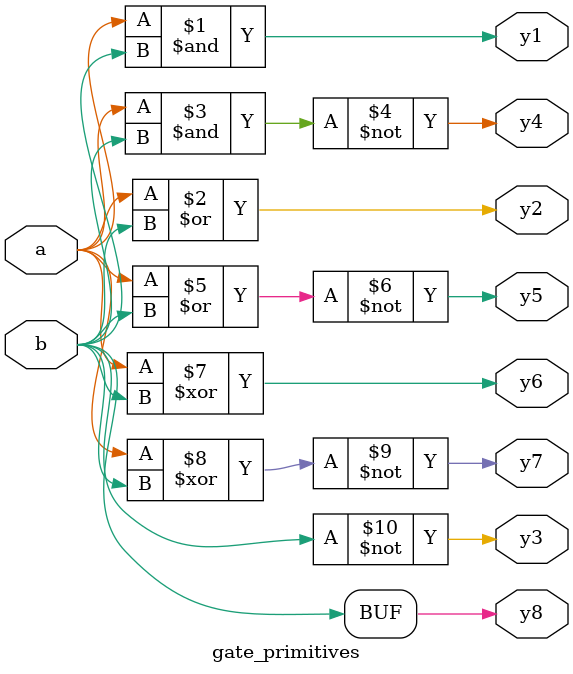
<source format=v>
module gate_primitives(input a,b, output y1,y2,y3,y4,y5,y6,y7,y8);
and g1(y1,a,b);
or g2(y2,a,b);
not g3(y3,b);
nand g4(y4,a,b);
nor g5(y5,a,b);
xor g6(y6,a,b);
xnor g7(y7,a,b);
buf g8(y8,b);
endmodule

</source>
